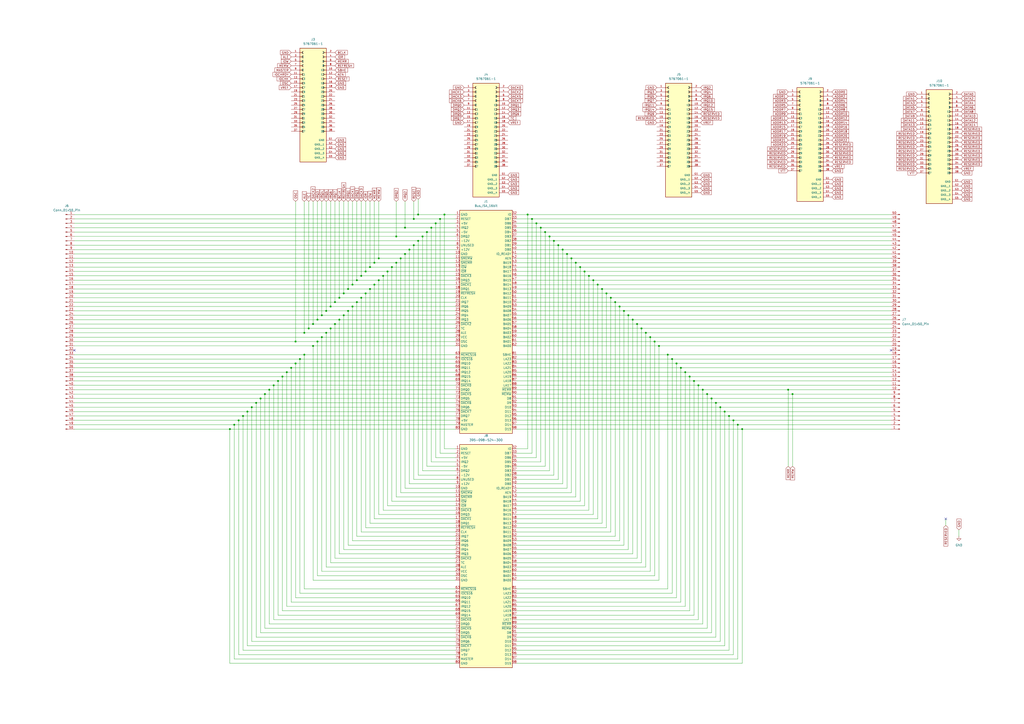
<source format=kicad_sch>
(kicad_sch (version 20250114) (generator "eeschema") (generator_version "9.0")
  (paper "A2")
  (junction (at 229.87 152.4))
  (junction (at 138.43 243.84))
  (junction (at 351.79 170.18))
  (junction (at 204.47 165.1))
  (junction (at 336.55 154.94))
  (junction (at 425.45 243.84))
  (junction (at 306.07 124.46))
  (junction (at 214.63 167.64))
  (junction (at 356.87 175.26))
  (junction (at 194.31 187.96))
  (junction (at 191.77 190.5))
  (junction (at 250.19 132.08))
  (junction (at 143.51 238.76))
  (junction (at 191.77 177.8))
  (junction (at 171.45 198.12))
  (junction (at 242.57 124.46))
  (junction (at 186.69 182.88))
  (junction (at 173.99 208.28))
  (junction (at 346.71 165.1))
  (junction (at 422.91 241.3))
  (junction (at 171.45 210.82))
  (junction (at 308.61 127))
  (junction (at 242.57 139.7))
  (junction (at 217.17 165.1))
  (junction (at 331.47 149.86))
  (junction (at 364.49 182.88))
  (junction (at 377.19 195.58))
  (junction (at 316.23 134.62))
  (junction (at 412.75 231.14))
  (junction (at 168.91 213.36))
  (junction (at 328.93 147.32))
  (junction (at 417.83 236.22))
  (junction (at 224.79 157.48))
  (junction (at 217.17 152.4))
  (junction (at 394.97 213.36))
  (junction (at 420.37 238.76))
  (junction (at 372.11 190.5))
  (junction (at 240.03 127))
  (junction (at 179.07 190.5))
  (junction (at 196.85 172.72))
  (junction (at 212.09 157.48))
  (junction (at 189.23 193.04))
  (junction (at 209.55 172.72))
  (junction (at 229.87 137.16))
  (junction (at 237.49 144.78))
  (junction (at 255.27 127))
  (junction (at 148.59 233.68))
  (junction (at 415.29 233.68))
  (junction (at 212.09 170.18))
  (junction (at 369.57 187.96))
  (junction (at 181.61 200.66))
  (junction (at 227.33 154.94))
  (junction (at 387.35 205.74))
  (junction (at 407.67 226.06))
  (junction (at 245.11 137.16))
  (junction (at 161.29 220.98))
  (junction (at 140.97 241.3))
  (junction (at 334.01 152.4))
  (junction (at 176.53 205.74))
  (junction (at 311.15 129.54))
  (junction (at 323.85 142.24))
  (junction (at 240.03 142.24))
  (junction (at 219.71 162.56))
  (junction (at 247.65 134.62))
  (junction (at 219.71 149.86))
  (junction (at 146.05 236.22))
  (junction (at 457.2 226.06))
  (junction (at 257.81 124.46))
  (junction (at 397.51 215.9))
  (junction (at 234.95 132.08))
  (junction (at 359.41 177.8))
  (junction (at 163.83 218.44))
  (junction (at 186.69 195.58))
  (junction (at 201.93 180.34))
  (junction (at 204.47 177.8))
  (junction (at 201.93 167.64))
  (junction (at 252.73 129.54))
  (junction (at 184.15 185.42))
  (junction (at 321.31 139.7))
  (junction (at 189.23 180.34))
  (junction (at 341.63 160.02))
  (junction (at 402.59 220.98))
  (junction (at 214.63 154.94))
  (junction (at 326.39 144.78))
  (junction (at 153.67 228.6))
  (junction (at 389.89 208.28))
  (junction (at 194.31 175.26))
  (junction (at 430.53 248.92))
  (junction (at 232.41 149.86))
  (junction (at 158.75 223.52))
  (junction (at 166.37 215.9))
  (junction (at 379.73 198.12))
  (junction (at 196.85 185.42))
  (junction (at 207.01 175.26))
  (junction (at 374.65 193.04))
  (junction (at 199.39 170.18))
  (junction (at 207.01 162.56))
  (junction (at 339.09 157.48))
  (junction (at 209.55 160.02))
  (junction (at 135.89 246.38))
  (junction (at 367.03 185.42))
  (junction (at 405.13 223.52))
  (junction (at 234.95 147.32))
  (junction (at 344.17 162.56))
  (junction (at 382.27 200.66))
  (junction (at 361.95 180.34))
  (junction (at 410.21 228.6))
  (junction (at 133.35 248.92))
  (junction (at 318.77 137.16))
  (junction (at 151.13 231.14))
  (junction (at 354.33 172.72))
  (junction (at 313.69 132.08))
  (junction (at 459.74 228.6))
  (junction (at 181.61 187.96))
  (junction (at 176.53 193.04))
  (junction (at 199.39 182.88))
  (junction (at 392.43 210.82))
  (junction (at 184.15 198.12))
  (junction (at 222.25 160.02))
  (junction (at 156.21 226.06))
  (junction (at 349.25 167.64))
  (junction (at 427.99 246.38))
  (junction (at 400.05 218.44))
  (no_connect (at 516.89 203.2))
  (no_connect (at 548.64 300.99))
  (no_connect (at 43.18 203.2))
  (wire (pts (xy 242.57 275.59) (xy 242.57 139.7)))
  (wire (pts (xy 264.16 270.51) (xy 247.65 270.51)))
  (wire (pts (xy 556.26 307.34) (xy 556.26 311.15)))
  (wire (pts (xy 516.89 149.86) (xy 331.47 149.86)))
  (wire (pts (xy 299.72 306.07) (xy 351.79 306.07)))
  (wire (pts (xy 156.21 361.95) (xy 156.21 226.06)))
  (wire (pts (xy 209.55 172.72) (xy 264.16 172.72)))
  (wire (pts (xy 394.97 213.36) (xy 299.72 213.36)))
  (wire (pts (xy 299.72 311.15) (xy 356.87 311.15)))
  (wire (pts (xy 43.18 218.44) (xy 163.83 218.44)))
  (wire (pts (xy 43.18 195.58) (xy 186.69 195.58)))
  (wire (pts (xy 516.89 154.94) (xy 336.55 154.94)))
  (wire (pts (xy 219.71 149.86) (xy 232.41 149.86)))
  (wire (pts (xy 217.17 152.4) (xy 229.87 152.4)))
  (wire (pts (xy 516.89 241.3) (xy 422.91 241.3)))
  (wire (pts (xy 264.16 262.89) (xy 255.27 262.89)))
  (wire (pts (xy 400.05 218.44) (xy 299.72 218.44)))
  (wire (pts (xy 43.18 220.98) (xy 161.29 220.98)))
  (wire (pts (xy 402.59 356.87) (xy 402.59 220.98)))
  (wire (pts (xy 299.72 349.25) (xy 394.97 349.25)))
  (wire (pts (xy 135.89 246.38) (xy 264.16 246.38)))
  (wire (pts (xy 299.72 278.13) (xy 323.85 278.13)))
  (wire (pts (xy 264.16 295.91) (xy 222.25 295.91)))
  (wire (pts (xy 264.16 379.73) (xy 138.43 379.73)))
  (wire (pts (xy 299.72 303.53) (xy 349.25 303.53)))
  (wire (pts (xy 184.15 334.01) (xy 184.15 198.12)))
  (wire (pts (xy 299.72 364.49) (xy 410.21 364.49)))
  (wire (pts (xy 264.16 341.63) (xy 176.53 341.63)))
  (wire (pts (xy 379.73 334.01) (xy 379.73 198.12)))
  (wire (pts (xy 189.23 328.93) (xy 189.23 193.04)))
  (wire (pts (xy 163.83 354.33) (xy 163.83 218.44)))
  (wire (pts (xy 299.72 382.27) (xy 427.99 382.27)))
  (wire (pts (xy 299.72 374.65) (xy 420.37 374.65)))
  (wire (pts (xy 264.16 346.71) (xy 171.45 346.71)))
  (wire (pts (xy 427.99 246.38) (xy 299.72 246.38)))
  (wire (pts (xy 316.23 134.62) (xy 299.72 134.62)))
  (wire (pts (xy 397.51 215.9) (xy 299.72 215.9)))
  (wire (pts (xy 299.72 351.79) (xy 397.51 351.79)))
  (wire (pts (xy 359.41 177.8) (xy 299.72 177.8)))
  (wire (pts (xy 219.71 116.84) (xy 219.71 149.86)))
  (wire (pts (xy 359.41 313.69) (xy 359.41 177.8)))
  (wire (pts (xy 222.25 295.91) (xy 222.25 160.02)))
  (wire (pts (xy 417.83 236.22) (xy 299.72 236.22)))
  (wire (pts (xy 217.17 165.1) (xy 264.16 165.1)))
  (wire (pts (xy 224.79 293.37) (xy 224.79 157.48)))
  (wire (pts (xy 43.18 248.92) (xy 133.35 248.92)))
  (wire (pts (xy 264.16 300.99) (xy 217.17 300.99)))
  (wire (pts (xy 250.19 132.08) (xy 264.16 132.08)))
  (wire (pts (xy 516.89 218.44) (xy 400.05 218.44)))
  (wire (pts (xy 516.89 137.16) (xy 318.77 137.16)))
  (wire (pts (xy 156.21 226.06) (xy 264.16 226.06)))
  (wire (pts (xy 516.89 152.4) (xy 334.01 152.4)))
  (wire (pts (xy 43.18 223.52) (xy 158.75 223.52)))
  (wire (pts (xy 250.19 267.97) (xy 250.19 132.08)))
  (wire (pts (xy 199.39 318.77) (xy 199.39 182.88)))
  (wire (pts (xy 264.16 298.45) (xy 219.71 298.45)))
  (wire (pts (xy 264.16 344.17) (xy 173.99 344.17)))
  (wire (pts (xy 191.77 326.39) (xy 191.77 190.5)))
  (wire (pts (xy 264.16 260.35) (xy 257.81 260.35)))
  (wire (pts (xy 516.89 213.36) (xy 394.97 213.36)))
  (wire (pts (xy 264.16 275.59) (xy 242.57 275.59)))
  (wire (pts (xy 176.53 116.84) (xy 176.53 193.04)))
  (wire (pts (xy 191.77 177.8) (xy 204.47 177.8)))
  (wire (pts (xy 516.89 228.6) (xy 459.74 228.6)))
  (wire (pts (xy 43.18 236.22) (xy 146.05 236.22)))
  (wire (pts (xy 400.05 354.33) (xy 400.05 218.44)))
  (wire (pts (xy 232.41 149.86) (xy 264.16 149.86)))
  (wire (pts (xy 153.67 228.6) (xy 264.16 228.6)))
  (wire (pts (xy 299.72 270.51) (xy 316.23 270.51)))
  (wire (pts (xy 425.45 379.73) (xy 425.45 243.84)))
  (wire (pts (xy 299.72 346.71) (xy 392.43 346.71)))
  (wire (pts (xy 264.16 313.69) (xy 204.47 313.69)))
  (wire (pts (xy 405.13 359.41) (xy 405.13 223.52)))
  (wire (pts (xy 516.89 210.82) (xy 392.43 210.82)))
  (wire (pts (xy 143.51 238.76) (xy 264.16 238.76)))
  (wire (pts (xy 318.77 273.05) (xy 318.77 137.16)))
  (wire (pts (xy 299.72 377.19) (xy 422.91 377.19)))
  (wire (pts (xy 516.89 200.66) (xy 382.27 200.66)))
  (wire (pts (xy 194.31 187.96) (xy 264.16 187.96)))
  (wire (pts (xy 326.39 144.78) (xy 299.72 144.78)))
  (wire (pts (xy 372.11 326.39) (xy 372.11 190.5)))
  (wire (pts (xy 341.63 160.02) (xy 299.72 160.02)))
  (wire (pts (xy 516.89 142.24) (xy 323.85 142.24)))
  (wire (pts (xy 264.16 323.85) (xy 194.31 323.85)))
  (wire (pts (xy 43.18 243.84) (xy 138.43 243.84)))
  (wire (pts (xy 299.72 300.99) (xy 346.71 300.99)))
  (wire (pts (xy 264.16 318.77) (xy 199.39 318.77)))
  (wire (pts (xy 516.89 129.54) (xy 311.15 129.54)))
  (wire (pts (xy 43.18 228.6) (xy 153.67 228.6)))
  (wire (pts (xy 516.89 231.14) (xy 412.75 231.14)))
  (wire (pts (xy 516.89 165.1) (xy 346.71 165.1)))
  (wire (pts (xy 299.72 354.33) (xy 400.05 354.33)))
  (wire (pts (xy 548.64 300.99) (xy 548.64 304.8)))
  (wire (pts (xy 255.27 127) (xy 264.16 127)))
  (wire (pts (xy 264.16 316.23) (xy 201.93 316.23)))
  (wire (pts (xy 299.72 356.87) (xy 402.59 356.87)))
  (wire (pts (xy 247.65 270.51) (xy 247.65 134.62)))
  (wire (pts (xy 214.63 154.94) (xy 227.33 154.94)))
  (wire (pts (xy 369.57 187.96) (xy 299.72 187.96)))
  (wire (pts (xy 196.85 185.42) (xy 264.16 185.42)))
  (wire (pts (xy 43.18 134.62) (xy 247.65 134.62)))
  (wire (pts (xy 377.19 195.58) (xy 299.72 195.58)))
  (wire (pts (xy 173.99 208.28) (xy 264.16 208.28)))
  (wire (pts (xy 189.23 116.84) (xy 189.23 180.34)))
  (wire (pts (xy 264.16 285.75) (xy 232.41 285.75)))
  (wire (pts (xy 354.33 172.72) (xy 299.72 172.72)))
  (wire (pts (xy 516.89 127) (xy 308.61 127)))
  (wire (pts (xy 43.18 139.7) (xy 242.57 139.7)))
  (wire (pts (xy 402.59 220.98) (xy 299.72 220.98)))
  (wire (pts (xy 516.89 205.74) (xy 387.35 205.74)))
  (wire (pts (xy 222.25 160.02) (xy 264.16 160.02)))
  (wire (pts (xy 410.21 228.6) (xy 299.72 228.6)))
  (wire (pts (xy 43.18 231.14) (xy 151.13 231.14)))
  (wire (pts (xy 196.85 172.72) (xy 209.55 172.72)))
  (wire (pts (xy 326.39 280.67) (xy 326.39 144.78)))
  (wire (pts (xy 232.41 285.75) (xy 232.41 149.86)))
  (wire (pts (xy 242.57 139.7) (xy 264.16 139.7)))
  (wire (pts (xy 299.72 372.11) (xy 417.83 372.11)))
  (wire (pts (xy 321.31 275.59) (xy 321.31 139.7)))
  (wire (pts (xy 43.18 246.38) (xy 135.89 246.38)))
  (wire (pts (xy 264.16 356.87) (xy 161.29 356.87)))
  (wire (pts (xy 214.63 167.64) (xy 264.16 167.64)))
  (wire (pts (xy 331.47 285.75) (xy 331.47 149.86)))
  (wire (pts (xy 43.18 208.28) (xy 173.99 208.28)))
  (wire (pts (xy 299.72 384.81) (xy 430.53 384.81)))
  (wire (pts (xy 43.18 190.5) (xy 179.07 190.5)))
  (wire (pts (xy 336.55 290.83) (xy 336.55 154.94)))
  (wire (pts (xy 308.61 262.89) (xy 308.61 127)))
  (wire (pts (xy 516.89 220.98) (xy 402.59 220.98)))
  (wire (pts (xy 334.01 288.29) (xy 334.01 152.4)))
  (wire (pts (xy 43.18 205.74) (xy 176.53 205.74)))
  (wire (pts (xy 264.16 265.43) (xy 252.73 265.43)))
  (wire (pts (xy 299.72 379.73) (xy 425.45 379.73)))
  (wire (pts (xy 316.23 270.51) (xy 316.23 134.62)))
  (wire (pts (xy 181.61 336.55) (xy 181.61 200.66)))
  (wire (pts (xy 516.89 233.68) (xy 415.29 233.68)))
  (wire (pts (xy 161.29 356.87) (xy 161.29 220.98)))
  (wire (pts (xy 158.75 359.41) (xy 158.75 223.52)))
  (wire (pts (xy 516.89 170.18) (xy 351.79 170.18)))
  (wire (pts (xy 394.97 349.25) (xy 394.97 213.36)))
  (wire (pts (xy 299.72 290.83) (xy 336.55 290.83)))
  (wire (pts (xy 43.18 152.4) (xy 217.17 152.4)))
  (wire (pts (xy 410.21 364.49) (xy 410.21 228.6)))
  (wire (pts (xy 43.18 175.26) (xy 194.31 175.26)))
  (wire (pts (xy 299.72 293.37) (xy 339.09 293.37)))
  (wire (pts (xy 151.13 231.14) (xy 264.16 231.14)))
  (wire (pts (xy 264.16 308.61) (xy 209.55 308.61)))
  (wire (pts (xy 171.45 210.82) (xy 264.16 210.82)))
  (wire (pts (xy 516.89 246.38) (xy 427.99 246.38)))
  (wire (pts (xy 351.79 170.18) (xy 299.72 170.18)))
  (wire (pts (xy 516.89 147.32) (xy 328.93 147.32)))
  (wire (pts (xy 264.16 283.21) (xy 234.95 283.21)))
  (wire (pts (xy 516.89 139.7) (xy 321.31 139.7)))
  (wire (pts (xy 367.03 185.42) (xy 299.72 185.42)))
  (wire (pts (xy 299.72 361.95) (xy 407.67 361.95)))
  (wire (pts (xy 207.01 162.56) (xy 219.71 162.56)))
  (wire (pts (xy 194.31 175.26) (xy 207.01 175.26)))
  (wire (pts (xy 264.16 349.25) (xy 168.91 349.25)))
  (wire (pts (xy 422.91 241.3) (xy 299.72 241.3)))
  (wire (pts (xy 516.89 124.46) (xy 306.07 124.46)))
  (wire (pts (xy 344.17 298.45) (xy 344.17 162.56)))
  (wire (pts (xy 143.51 374.65) (xy 143.51 238.76)))
  (wire (pts (xy 299.72 280.67) (xy 326.39 280.67)))
  (wire (pts (xy 354.33 308.61) (xy 354.33 172.72)))
  (wire (pts (xy 43.18 238.76) (xy 143.51 238.76)))
  (wire (pts (xy 516.89 195.58) (xy 377.19 195.58)))
  (wire (pts (xy 43.18 149.86) (xy 219.71 149.86)))
  (wire (pts (xy 229.87 116.84) (xy 229.87 137.16)))
  (wire (pts (xy 318.77 137.16) (xy 299.72 137.16)))
  (wire (pts (xy 240.03 127) (xy 255.27 127)))
  (wire (pts (xy 158.75 223.52) (xy 264.16 223.52)))
  (wire (pts (xy 346.71 165.1) (xy 299.72 165.1)))
  (wire (pts (xy 194.31 116.84) (xy 194.31 175.26)))
  (wire (pts (xy 299.72 369.57) (xy 415.29 369.57)))
  (wire (pts (xy 194.31 323.85) (xy 194.31 187.96)))
  (wire (pts (xy 516.89 208.28) (xy 389.89 208.28)))
  (wire (pts (xy 264.16 384.81) (xy 133.35 384.81)))
  (wire (pts (xy 405.13 223.52) (xy 299.72 223.52)))
  (wire (pts (xy 186.69 182.88) (xy 199.39 182.88)))
  (wire (pts (xy 234.95 147.32) (xy 264.16 147.32)))
  (wire (pts (xy 186.69 195.58) (xy 264.16 195.58)))
  (wire (pts (xy 299.72 326.39) (xy 372.11 326.39)))
  (wire (pts (xy 171.45 346.71) (xy 171.45 210.82)))
  (wire (pts (xy 43.18 132.08) (xy 234.95 132.08)))
  (wire (pts (xy 299.72 298.45) (xy 344.17 298.45)))
  (wire (pts (xy 148.59 369.57) (xy 148.59 233.68)))
  (wire (pts (xy 412.75 231.14) (xy 299.72 231.14)))
  (wire (pts (xy 191.77 116.84) (xy 191.77 177.8)))
  (wire (pts (xy 328.93 283.21) (xy 328.93 147.32)))
  (wire (pts (xy 212.09 116.84) (xy 212.09 157.48)))
  (wire (pts (xy 43.18 185.42) (xy 184.15 185.42)))
  (wire (pts (xy 189.23 180.34) (xy 201.93 180.34)))
  (wire (pts (xy 257.81 260.35) (xy 257.81 124.46)))
  (wire (pts (xy 135.89 382.27) (xy 135.89 246.38)))
  (wire (pts (xy 367.03 321.31) (xy 367.03 185.42)))
  (wire (pts (xy 43.18 182.88) (xy 186.69 182.88)))
  (wire (pts (xy 237.49 144.78) (xy 264.16 144.78)))
  (wire (pts (xy 299.72 341.63) (xy 387.35 341.63)))
  (wire (pts (xy 240.03 142.24) (xy 264.16 142.24)))
  (wire (pts (xy 516.89 198.12) (xy 379.73 198.12)))
  (wire (pts (xy 392.43 346.71) (xy 392.43 210.82)))
  (wire (pts (xy 430.53 384.81) (xy 430.53 248.92)))
  (wire (pts (xy 299.72 260.35) (xy 306.07 260.35)))
  (wire (pts (xy 323.85 142.24) (xy 299.72 142.24)))
  (wire (pts (xy 43.18 124.46) (xy 242.57 124.46)))
  (wire (pts (xy 344.17 162.56) (xy 299.72 162.56)))
  (wire (pts (xy 321.31 139.7) (xy 299.72 139.7)))
  (wire (pts (xy 184.15 198.12) (xy 264.16 198.12)))
  (wire (pts (xy 516.89 144.78) (xy 326.39 144.78)))
  (wire (pts (xy 356.87 311.15) (xy 356.87 175.26)))
  (wire (pts (xy 264.16 306.07) (xy 212.09 306.07)))
  (wire (pts (xy 299.72 331.47) (xy 377.19 331.47)))
  (wire (pts (xy 412.75 367.03) (xy 412.75 231.14)))
  (wire (pts (xy 201.93 180.34) (xy 264.16 180.34)))
  (wire (pts (xy 43.18 129.54) (xy 252.73 129.54)))
  (wire (pts (xy 229.87 137.16) (xy 245.11 137.16)))
  (wire (pts (xy 43.18 180.34) (xy 189.23 180.34)))
  (wire (pts (xy 43.18 167.64) (xy 201.93 167.64)))
  (wire (pts (xy 516.89 236.22) (xy 417.83 236.22)))
  (wire (pts (xy 328.93 147.32) (xy 299.72 147.32)))
  (wire (pts (xy 207.01 175.26) (xy 264.16 175.26)))
  (wire (pts (xy 181.61 187.96) (xy 194.31 187.96)))
  (wire (pts (xy 43.18 241.3) (xy 140.97 241.3)))
  (wire (pts (xy 264.16 288.29) (xy 229.87 288.29)))
  (wire (pts (xy 43.18 162.56) (xy 207.01 162.56)))
  (wire (pts (xy 392.43 210.82) (xy 299.72 210.82)))
  (wire (pts (xy 240.03 116.84) (xy 240.03 127)))
  (wire (pts (xy 43.18 198.12) (xy 171.45 198.12)))
  (wire (pts (xy 229.87 152.4) (xy 264.16 152.4)))
  (wire (pts (xy 299.72 321.31) (xy 367.03 321.31)))
  (wire (pts (xy 306.07 124.46) (xy 299.72 124.46)))
  (wire (pts (xy 264.16 369.57) (xy 148.59 369.57)))
  (wire (pts (xy 219.71 162.56) (xy 264.16 162.56)))
  (wire (pts (xy 227.33 154.94) (xy 264.16 154.94)))
  (wire (pts (xy 43.18 157.48) (xy 212.09 157.48)))
  (wire (pts (xy 240.03 278.13) (xy 240.03 142.24)))
  (wire (pts (xy 146.05 372.11) (xy 146.05 236.22)))
  (wire (pts (xy 219.71 298.45) (xy 219.71 162.56)))
  (wire (pts (xy 313.69 267.97) (xy 313.69 132.08)))
  (wire (pts (xy 299.72 283.21) (xy 328.93 283.21)))
  (wire (pts (xy 299.72 275.59) (xy 321.31 275.59)))
  (wire (pts (xy 204.47 165.1) (xy 217.17 165.1)))
  (wire (pts (xy 299.72 265.43) (xy 311.15 265.43)))
  (wire (pts (xy 209.55 160.02) (xy 222.25 160.02)))
  (wire (pts (xy 264.16 293.37) (xy 224.79 293.37)))
  (wire (pts (xy 209.55 308.61) (xy 209.55 172.72)))
  (wire (pts (xy 264.16 331.47) (xy 186.69 331.47)))
  (wire (pts (xy 459.74 228.6) (xy 459.74 270.51)))
  (wire (pts (xy 457.2 226.06) (xy 407.67 226.06)))
  (wire (pts (xy 264.16 367.03) (xy 151.13 367.03)))
  (wire (pts (xy 224.79 157.48) (xy 264.16 157.48)))
  (wire (pts (xy 430.53 248.92) (xy 299.72 248.92)))
  (wire (pts (xy 43.18 226.06) (xy 156.21 226.06)))
  (wire (pts (xy 374.65 193.04) (xy 299.72 193.04)))
  (wire (pts (xy 427.99 382.27) (xy 427.99 246.38)))
  (wire (pts (xy 257.81 124.46) (xy 264.16 124.46)))
  (wire (pts (xy 299.72 316.23) (xy 361.95 316.23)))
  (wire (pts (xy 299.72 288.29) (xy 334.01 288.29)))
  (wire (pts (xy 179.07 116.84) (xy 179.07 190.5)))
  (wire (pts (xy 516.89 226.06) (xy 457.2 226.06)))
  (wire (pts (xy 516.89 160.02) (xy 341.63 160.02)))
  (wire (pts (xy 214.63 116.84) (xy 214.63 154.94)))
  (wire (pts (xy 339.09 293.37) (xy 339.09 157.48)))
  (wire (pts (xy 364.49 318.77) (xy 364.49 182.88)))
  (wire (pts (xy 199.39 170.18) (xy 212.09 170.18)))
  (wire (pts (xy 459.74 228.6) (xy 410.21 228.6)))
  (wire (pts (xy 299.72 318.77) (xy 364.49 318.77)))
  (wire (pts (xy 356.87 175.26) (xy 299.72 175.26)))
  (wire (pts (xy 299.72 308.61) (xy 354.33 308.61)))
  (wire (pts (xy 387.35 205.74) (xy 299.72 205.74)))
  (wire (pts (xy 516.89 193.04) (xy 374.65 193.04)))
  (wire (pts (xy 299.72 328.93) (xy 374.65 328.93)))
  (wire (pts (xy 516.89 185.42) (xy 367.03 185.42)))
  (wire (pts (xy 420.37 238.76) (xy 299.72 238.76)))
  (wire (pts (xy 422.91 377.19) (xy 422.91 241.3)))
  (wire (pts (xy 171.45 116.84) (xy 171.45 198.12)))
  (wire (pts (xy 264.16 267.97) (xy 250.19 267.97)))
  (wire (pts (xy 204.47 177.8) (xy 264.16 177.8)))
  (wire (pts (xy 43.18 177.8) (xy 191.77 177.8)))
  (wire (pts (xy 186.69 331.47) (xy 186.69 195.58)))
  (wire (pts (xy 415.29 233.68) (xy 299.72 233.68)))
  (wire (pts (xy 516.89 132.08) (xy 313.69 132.08)))
  (wire (pts (xy 255.27 262.89) (xy 255.27 127)))
  (wire (pts (xy 138.43 243.84) (xy 264.16 243.84)))
  (wire (pts (xy 264.16 359.41) (xy 158.75 359.41)))
  (wire (pts (xy 516.89 182.88) (xy 364.49 182.88)))
  (wire (pts (xy 163.83 218.44) (xy 264.16 218.44)))
  (wire (pts (xy 196.85 116.84) (xy 196.85 172.72)))
  (wire (pts (xy 43.18 200.66) (xy 181.61 200.66)))
  (wire (pts (xy 140.97 377.19) (xy 140.97 241.3)))
  (wire (pts (xy 217.17 300.99) (xy 217.17 165.1)))
  (wire (pts (xy 351.79 306.07) (xy 351.79 170.18)))
  (wire (pts (xy 234.95 132.08) (xy 250.19 132.08)))
  (wire (pts (xy 264.16 290.83) (xy 227.33 290.83)))
  (wire (pts (xy 264.16 311.15) (xy 207.01 311.15)))
  (wire (pts (xy 361.95 316.23) (xy 361.95 180.34)))
  (wire (pts (xy 199.39 116.84) (xy 199.39 170.18)))
  (wire (pts (xy 43.18 142.24) (xy 240.03 142.24)))
  (wire (pts (xy 245.11 273.05) (xy 245.11 137.16)))
  (wire (pts (xy 334.01 152.4) (xy 299.72 152.4)))
  (wire (pts (xy 189.23 193.04) (xy 264.16 193.04)))
  (wire (pts (xy 229.87 288.29) (xy 229.87 152.4)))
  (wire (pts (xy 43.18 215.9) (xy 166.37 215.9)))
  (wire (pts (xy 247.65 134.62) (xy 264.16 134.62)))
  (wire (pts (xy 299.72 336.55) (xy 382.27 336.55)))
  (wire (pts (xy 173.99 344.17) (xy 173.99 208.28)))
  (wire (pts (xy 207.01 116.84) (xy 207.01 162.56)))
  (wire (pts (xy 299.72 344.17) (xy 389.89 344.17)))
  (wire (pts (xy 43.18 165.1) (xy 204.47 165.1)))
  (wire (pts (xy 407.67 226.06) (xy 299.72 226.06)))
  (wire (pts (xy 133.35 384.81) (xy 133.35 248.92)))
  (wire (pts (xy 516.89 162.56) (xy 344.17 162.56)))
  (wire (pts (xy 212.09 157.48) (xy 224.79 157.48)))
  (wire (pts (xy 43.18 154.94) (xy 214.63 154.94)))
  (wire (pts (xy 369.57 323.85) (xy 369.57 187.96)))
  (wire (pts (xy 377.19 331.47) (xy 377.19 195.58)))
  (wire (pts (xy 516.89 172.72) (xy 354.33 172.72)))
  (wire (pts (xy 308.61 127) (xy 299.72 127)))
  (wire (pts (xy 201.93 316.23) (xy 201.93 180.34)))
  (wire (pts (xy 516.89 223.52) (xy 405.13 223.52)))
  (wire (pts (xy 516.89 248.92) (xy 430.53 248.92)))
  (wire (pts (xy 264.16 273.05) (xy 245.11 273.05)))
  (wire (pts (xy 212.09 170.18) (xy 264.16 170.18)))
  (wire (pts (xy 264.16 334.01) (xy 184.15 334.01)))
  (wire (pts (xy 43.18 187.96) (xy 181.61 187.96)))
  (wire (pts (xy 43.18 147.32) (xy 234.95 147.32)))
  (wire (pts (xy 138.43 379.73) (xy 138.43 243.84)))
  (wire (pts (xy 457.2 226.06) (xy 457.2 270.51)))
  (wire (pts (xy 237.49 280.67) (xy 237.49 144.78)))
  (wire (pts (xy 264.16 372.11) (xy 146.05 372.11)))
  (wire (pts (xy 264.16 361.95) (xy 156.21 361.95)))
  (wire (pts (xy 212.09 306.07) (xy 212.09 170.18)))
  (wire (pts (xy 389.89 344.17) (xy 389.89 208.28)))
  (wire (pts (xy 382.27 200.66) (xy 299.72 200.66)))
  (wire (pts (xy 264.16 280.67) (xy 237.49 280.67)))
  (wire (pts (xy 201.93 167.64) (xy 214.63 167.64)))
  (wire (pts (xy 264.16 364.49) (xy 153.67 364.49)))
  (wire (pts (xy 264.16 326.39) (xy 191.77 326.39)))
  (wire (pts (xy 43.18 210.82) (xy 171.45 210.82)))
  (wire (pts (xy 166.37 351.79) (xy 166.37 215.9)))
  (wire (pts (xy 264.16 336.55) (xy 181.61 336.55)))
  (wire (pts (xy 364.49 182.88) (xy 299.72 182.88)))
  (wire (pts (xy 264.16 374.65) (xy 143.51 374.65)))
  (wire (pts (xy 299.72 323.85) (xy 369.57 323.85)))
  (wire (pts (xy 209.55 116.84) (xy 209.55 160.02)))
  (wire (pts (xy 415.29 369.57) (xy 415.29 233.68)))
  (wire (pts (xy 336.55 154.94) (xy 299.72 154.94)))
  (wire (pts (xy 264.16 351.79) (xy 166.37 351.79)))
  (wire (pts (xy 516.89 190.5) (xy 372.11 190.5)))
  (wire (pts (xy 397.51 351.79) (xy 397.51 215.9)))
  (wire (pts (xy 264.16 328.93) (xy 189.23 328.93)))
  (wire (pts (xy 299.72 313.69) (xy 359.41 313.69)))
  (wire (pts (xy 346.71 300.99) (xy 346.71 165.1)))
  (wire (pts (xy 264.16 321.31) (xy 196.85 321.31)))
  (wire (pts (xy 242.57 115.57) (xy 242.57 124.46)))
  (wire (pts (xy 184.15 116.84) (xy 184.15 185.42)))
  (wire (pts (xy 133.35 248.92) (xy 264.16 248.92)))
  (wire (pts (xy 199.39 182.88) (xy 264.16 182.88)))
  (wire (pts (xy 168.91 349.25) (xy 168.91 213.36)))
  (wire (pts (xy 43.18 137.16) (xy 229.87 137.16)))
  (wire (pts (xy 306.07 260.35) (xy 306.07 124.46)))
  (wire (pts (xy 245.11 137.16) (xy 264.16 137.16)))
  (wire (pts (xy 417.83 372.11) (xy 417.83 236.22)))
  (wire (pts (xy 341.63 295.91) (xy 341.63 160.02)))
  (wire (pts (xy 217.17 116.84) (xy 217.17 152.4)))
  (wire (pts (xy 516.89 157.48) (xy 339.09 157.48)))
  (wire (pts (xy 43.18 127) (xy 240.03 127)))
  (wire (pts (xy 196.85 321.31) (xy 196.85 185.42)))
  (wire (pts (xy 389.89 208.28) (xy 299.72 208.28)))
  (wire (pts (xy 331.47 149.86) (xy 299.72 149.86)))
  (wire (pts (xy 146.05 236.22) (xy 264.16 236.22)))
  (wire (pts (xy 227.33 290.83) (xy 227.33 154.94)))
  (wire (pts (xy 234.95 116.84) (xy 234.95 132.08)))
  (wire (pts (xy 43.18 170.18) (xy 199.39 170.18)))
  (wire (pts (xy 181.61 200.66) (xy 264.16 200.66)))
  (wire (pts (xy 234.95 283.21) (xy 234.95 147.32)))
  (wire (pts (xy 204.47 313.69) (xy 204.47 177.8)))
  (wire (pts (xy 176.53 193.04) (xy 189.23 193.04)))
  (wire (pts (xy 313.69 132.08) (xy 299.72 132.08)))
  (wire (pts (xy 387.35 341.63) (xy 387.35 205.74)))
  (wire (pts (xy 299.72 295.91) (xy 341.63 295.91)))
  (wire (pts (xy 171.45 198.12) (xy 184.15 198.12)))
  (wire (pts (xy 425.45 243.84) (xy 299.72 243.84)))
  (wire (pts (xy 161.29 220.98) (xy 264.16 220.98)))
  (wire (pts (xy 151.13 367.03) (xy 151.13 231.14)))
  (wire (pts (xy 516.89 238.76) (xy 420.37 238.76)))
  (wire (pts (xy 264.16 278.13) (xy 240.03 278.13)))
  (wire (pts (xy 516.89 243.84) (xy 425.45 243.84)))
  (wire (pts (xy 148.59 233.68) (xy 264.16 233.68)))
  (wire (pts (xy 299.72 273.05) (xy 318.77 273.05)))
  (wire (pts (xy 43.18 172.72) (xy 196.85 172.72)))
  (wire (pts (xy 516.89 167.64) (xy 349.25 167.64)))
  (wire (pts (xy 349.25 167.64) (xy 299.72 167.64)))
  (wire (pts (xy 311.15 265.43) (xy 311.15 129.54)))
  (wire (pts (xy 516.89 215.9) (xy 397.51 215.9)))
  (wire (pts (xy 176.53 341.63) (xy 176.53 205.74)))
  (wire (pts (xy 299.72 267.97) (xy 313.69 267.97)))
  (wire (pts (xy 407.67 361.95) (xy 407.67 226.06)))
  (wire (pts (xy 339.09 157.48) (xy 299.72 157.48)))
  (wire (pts (xy 252.73 265.43) (xy 252.73 129.54)))
  (wire (pts (xy 311.15 129.54) (xy 299.72 129.54)))
  (wire (pts (xy 153.67 364.49) (xy 153.67 228.6)))
  (wire (pts (xy 516.89 177.8) (xy 359.41 177.8)))
  (wire (pts (xy 207.01 311.15) (xy 207.01 175.26)))
  (wire (pts (xy 43.18 144.78) (xy 237.49 144.78)))
  (wire (pts (xy 179.07 190.5) (xy 191.77 190.5)))
  (wire (pts (xy 186.69 116.84) (xy 186.69 182.88)))
  (wire (pts (xy 299.72 285.75) (xy 331.47 285.75)))
  (wire (pts (xy 43.18 160.02) (xy 209.55 160.02)))
  (wire (pts (xy 43.18 213.36) (xy 168.91 213.36)))
  (wire (pts (xy 299.72 334.01) (xy 379.73 334.01)))
  (wire (pts (xy 299.72 367.03) (xy 412.75 367.03)))
  (wire (pts (xy 43.18 233.68) (xy 148.59 233.68)))
  (wire (pts (xy 420.37 374.65) (xy 420.37 238.76)))
  (wire (pts (xy 168.91 213.36) (xy 264.16 213.36)))
  (wire (pts (xy 264.16 303.53) (xy 214.63 303.53)))
  (wire (pts (xy 299.72 359.41) (xy 405.13 359.41)))
  (wire (pts (xy 264.16 354.33) (xy 163.83 354.33)))
  (wire (pts (xy 361.95 180.34) (xy 299.72 180.34)))
  (wire (pts (xy 516.89 175.26) (xy 356.87 175.26)))
  (wire (pts (xy 349.25 303.53) (xy 349.25 167.64)))
  (wire (pts (xy 43.18 193.04) (xy 176.53 193.04)))
  (wire (pts (xy 201.93 116.84) (xy 201.93 167.64)))
  (wire (pts (xy 382.27 336.55) (xy 382.27 200.66)))
  (wire (pts (xy 214.63 303.53) (xy 214.63 167.64)))
  (wire (pts (xy 374.65 328.93) (xy 374.65 193.04)))
  (wire (pts (xy 264.16 382.27) (xy 135.89 382.27)))
  (wire (pts (xy 379.73 198.12) (xy 299.72 198.12)))
  (wire (pts (xy 299.72 262.89) (xy 308.61 262.89)))
  (wire (pts (xy 516.89 134.62) (xy 316.23 134.62)))
  (wire (pts (xy 372.11 190.5) (xy 299.72 190.5)))
  (wire (pts (xy 242.57 124.46) (xy 257.81 124.46)))
  (wire (pts (xy 204.47 116.84) (xy 204.47 165.1)))
  (wire (pts (xy 181.61 116.84) (xy 181.61 187.96)))
  (wire (pts (xy 264.16 377.19) (xy 140.97 377.19)))
  (wire (pts (xy 176.53 205.74) (xy 264.16 205.74)))
  (wire (pts (xy 166.37 215.9) (xy 264.16 215.9)))
  (wire (pts (xy 252.73 129.54) (xy 264.16 129.54)))
  (wire (pts (xy 516.89 187.96) (xy 369.57 187.96)))
  (wire (pts (xy 140.97 241.3) (xy 264.16 241.3)))
  (wire (pts (xy 191.77 190.5) (xy 264.16 190.5)))
  (wire (pts (xy 516.89 180.34) (xy 361.95 180.34)))
  (wire (pts (xy 323.85 278.13) (xy 323.85 142.24)))
  (wire (pts (xy 184.15 185.42) (xy 196.85 185.42)))
  (global_label "RESERVED" (shape input) (at 532.13 80.01 180) (property "Intersheetrefs" "${INTERSHEET_REFS}" (effects (hide yes))))
  (global_label "DACK7" (shape input) (at 294.64 58.42 0) (property "Intersheetrefs" "${INTERSHEET_REFS}" (effects (hide yes))))
  (global_label "BCLK" (shape input) (at 196.85 116.84 90) (property "Intersheetrefs" "${INTERSHEET_REFS}" (effects (hide yes))))
  (global_label "RESERVED" (shape input) (at 457.2 91.44 180) (property "Intersheetrefs" "${INTERSHEET_REFS}" (effects (hide yes))))
  (global_label "MASTER" (shape input) (at 168.91 40.64 180) (property "Intersheetrefs" "${INTERSHEET_REFS}" (effects (hide yes))))
  (global_label "RESERVED" (shape input) (at 557.53 82.55 0) (property "Intersheetrefs" "${INTERSHEET_REFS}" (effects (hide yes))))
  (global_label "DRQ6" (shape input) (at 294.64 66.04 0) (property "Intersheetrefs" "${INTERSHEET_REFS}" (effects (hide yes))))
  (global_label "TC" (shape input) (at 294.64 68.58 0) (property "Intersheetrefs" "${INTERSHEET_REFS}" (effects (hide yes))))
  (global_label "RESERVED" (shape input) (at 381 68.58 180) (property "Intersheetrefs" "${INTERSHEET_REFS}" (effects (hide yes))))
  (global_label "ADDR10" (shape input) (at 482.6 66.04 0) (property "Intersheetrefs" "${INTERSHEET_REFS}" (effects (hide yes))))
  (global_label "DRQ3" (shape input) (at 294.64 63.5 0) (property "Intersheetrefs" "${INTERSHEET_REFS}" (effects (hide yes))))
  (global_label "IRQ6" (shape input) (at 191.77 116.84 90) (property "Intersheetrefs" "${INTERSHEET_REFS}" (effects (hide yes))))
  (global_label "ADDR11" (shape input) (at 457.2 68.58 180) (property "Intersheetrefs" "${INTERSHEET_REFS}" (effects (hide yes))))
  (global_label "GND" (shape input) (at 406.4 101.6 0) (property "Intersheetrefs" "${INTERSHEET_REFS}" (effects (hide yes))))
  (global_label "REFRESH" (shape input) (at 194.31 38.1 0) (property "Intersheetrefs" "${INTERSHEET_REFS}" (effects (hide yes))))
  (global_label "GND" (shape input) (at 482.6 111.76 0) (property "Intersheetrefs" "${INTERSHEET_REFS}" (effects (hide yes))))
  (global_label "GND" (shape input) (at 406.4 104.14 0) (property "Intersheetrefs" "${INTERSHEET_REFS}" (effects (hide yes))))
  (global_label "IRQ5" (shape input) (at 189.23 116.84 90) (property "Intersheetrefs" "${INTERSHEET_REFS}" (effects (hide yes))))
  (global_label "GND" (shape input) (at 482.6 109.22 0) (property "Intersheetrefs" "${INTERSHEET_REFS}" (effects (hide yes))))
  (global_label "GND" (shape input) (at 194.31 81.28 0) (property "Intersheetrefs" "${INTERSHEET_REFS}" (effects (hide yes))))
  (global_label "GND" (shape input) (at 557.53 115.57 0) (property "Intersheetrefs" "${INTERSHEET_REFS}" (effects (hide yes))))
  (global_label "GND" (shape input) (at 294.64 109.22 0) (property "Intersheetrefs" "${INTERSHEET_REFS}" (effects (hide yes))))
  (global_label "VTT" (shape input) (at 532.13 100.33 180) (property "Intersheetrefs" "${INTERSHEET_REFS}" (effects (hide yes))))
  (global_label "RESERVED" (shape input) (at 457.2 96.52 180) (property "Intersheetrefs" "${INTERSHEET_REFS}" (effects (hide yes))))
  (global_label "IRQ11" (shape input) (at 381 60.96 180) (property "Intersheetrefs" "${INTERSHEET_REFS}" (effects (hide yes))))
  (global_label "GND" (shape input) (at 457.2 53.34 180) (property "Intersheetrefs" "${INTERSHEET_REFS}" (effects (hide yes))))
  (global_label "RESERVED" (shape input) (at 557.53 87.63 0) (property "Intersheetrefs" "${INTERSHEET_REFS}" (effects (hide yes))))
  (global_label "IRQ7" (shape input) (at 381 58.42 180) (property "Intersheetrefs" "${INTERSHEET_REFS}" (effects (hide yes))))
  (global_label "IRQ9" (shape input) (at 381 66.04 180) (property "Intersheetrefs" "${INTERSHEET_REFS}" (effects (hide yes))))
  (global_label "OSC" (shape input) (at 171.45 116.84 90) (property "Intersheetrefs" "${INTERSHEET_REFS}" (effects (hide yes))))
  (global_label "GND" (shape input) (at 406.4 106.68 0) (property "Intersheetrefs" "${INTERSHEET_REFS}" (effects (hide yes))))
  (global_label "GND" (shape input) (at 269.24 71.12 180) (property "Intersheetrefs" "${INTERSHEET_REFS}" (effects (hide yes))))
  (global_label "IRQ14" (shape input) (at 381 63.5 180) (property "Intersheetrefs" "${INTERSHEET_REFS}" (effects (hide yes))))
  (global_label "GND" (shape input) (at 557.53 113.03 0) (property "Intersheetrefs" "${INTERSHEET_REFS}" (effects (hide yes))))
  (global_label "DACK6" (shape input) (at 269.24 58.42 180) (property "Intersheetrefs" "${INTERSHEET_REFS}" (effects (hide yes))))
  (global_label "ADDR8" (shape input) (at 482.6 63.5 0) (property "Intersheetrefs" "${INTERSHEET_REFS}" (effects (hide yes))))
  (global_label "DRQ0" (shape input) (at 269.24 60.96 180) (property "Intersheetrefs" "${INTERSHEET_REFS}" (effects (hide yes))))
  (global_label "SBHE" (shape input) (at 194.31 40.64 0) (property "Intersheetrefs" "${INTERSHEET_REFS}" (effects (hide yes))))
  (global_label "RESERVED" (shape input) (at 532.13 90.17 180) (property "Intersheetrefs" "${INTERSHEET_REFS}" (effects (hide yes))))
  (global_label "DACK2" (shape input) (at 294.64 53.34 0) (property "Intersheetrefs" "${INTERSHEET_REFS}" (effects (hide yes))))
  (global_label "DATA15" (shape input) (at 532.13 74.93 180) (property "Intersheetrefs" "${INTERSHEET_REFS}" (effects (hide yes))))
  (global_label "RESERVED" (shape input) (at 532.13 92.71 180) (property "Intersheetrefs" "${INTERSHEET_REFS}" (effects (hide yes))))
  (global_label "RESERVED" (shape input) (at 457.2 88.9 180) (property "Intersheetrefs" "${INTERSHEET_REFS}" (effects (hide yes))))
  (global_label "DRQ3" (shape input) (at 207.01 116.84 90) (property "Intersheetrefs" "${INTERSHEET_REFS}" (effects (hide yes))))
  (global_label "RESERVED" (shape input) (at 557.53 90.17 0) (property "Intersheetrefs" "${INTERSHEET_REFS}" (effects (hide yes))))
  (global_label "GND" (shape input) (at 482.6 114.3 0) (property "Intersheetrefs" "${INTERSHEET_REFS}" (effects (hide yes))))
  (global_label "AEN" (shape input) (at 194.31 43.18 0) (property "Intersheetrefs" "${INTERSHEET_REFS}" (effects (hide yes))))
  (global_label "VREF" (shape input) (at 294.64 71.12 0) (property "Intersheetrefs" "${INTERSHEET_REFS}" (effects (hide yes))))
  (global_label "DATA3" (shape input) (at 532.13 59.69 180) (property "Intersheetrefs" "${INTERSHEET_REFS}" (effects (hide yes))))
  (global_label "DACK3" (shape input) (at 209.55 116.84 90) (property "Intersheetrefs" "${INTERSHEET_REFS}" (effects (hide yes))))
  (global_label "GND" (shape input) (at 556.26 307.34 90) (property "Intersheetrefs" "${INTERSHEET_REFS}" (effects (hide yes))))
  (global_label "DACK0" (shape input) (at 294.64 50.8 0) (property "Intersheetrefs" "${INTERSHEET_REFS}" (effects (hide yes))))
  (global_label "IRQ15" (shape input) (at 406.4 63.5 0) (property "Intersheetrefs" "${INTERSHEET_REFS}" (effects (hide yes))))
  (global_label "RESERVED" (shape input) (at 557.53 85.09 0) (property "Intersheetrefs" "${INTERSHEET_REFS}" (effects (hide yes))))
  (global_label "GND" (shape input) (at 381 71.12 180) (property "Intersheetrefs" "${INTERSHEET_REFS}" (effects (hide yes))))
  (global_label "DATA6" (shape input) (at 557.53 62.23 0) (property "Intersheetrefs" "${INTERSHEET_REFS}" (effects (hide yes))))
  (global_label "IRQ4" (shape input) (at 186.69 116.84 90) (property "Intersheetrefs" "${INTERSHEET_REFS}" (effects (hide yes))))
  (global_label "DACK1" (shape input) (at 204.47 116.84 90) (property "Intersheetrefs" "${INTERSHEET_REFS}" (effects (hide yes))))
  (global_label "RESERVED" (shape input) (at 482.6 91.44 0) (property "Intersheetrefs" "${INTERSHEET_REFS}" (effects (hide yes))))
  (global_label "RESERVED" (shape input) (at 482.6 93.98 0) (property "Intersheetrefs" "${INTERSHEET_REFS}" (effects (hide yes))))
  (global_label "GND" (shape input) (at 532.13 54.61 180) (property "Intersheetrefs" "${INTERSHEET_REFS}" (effects (hide yes))))
  (global_label "DATA5" (shape input) (at 532.13 62.23 180) (property "Intersheetrefs" "${INTERSHEET_REFS}" (effects (hide yes))))
  (global_label "GND" (shape input) (at 194.31 83.82 0) (property "Intersheetrefs" "${INTERSHEET_REFS}" (effects (hide yes))))
  (global_label "MEMR" (shape input) (at 457.2 270.51 270) (property "Intersheetrefs" "${INTERSHEET_REFS}" (effects (hide yes))))
  (global_label "ADDR22" (shape input) (at 482.6 81.28 0) (property "Intersheetrefs" "${INTERSHEET_REFS}" (effects (hide yes))))
  (global_label "VREF" (shape input) (at 406.4 71.12 0) (property "Intersheetrefs" "${INTERSHEET_REFS}" (effects (hide yes))))
  (global_label "GND" (shape input) (at 381 50.8 180) (property "Intersheetrefs" "${INTERSHEET_REFS}" (effects (hide yes))))
  (global_label "IRQ6" (shape input) (at 406.4 55.88 0) (property "Intersheetrefs" "${INTERSHEET_REFS}" (effects (hide yes))))
  (global_label "DACK5" (shape input) (at 294.64 55.88 0) (property "Intersheetrefs" "${INTERSHEET_REFS}" (effects (hide yes))))
  (global_label "DACK1" (shape input) (at 269.24 53.34 180) (property "Intersheetrefs" "${INTERSHEET_REFS}" (effects (hide yes))))
  (global_label "IRQ2" (shape input) (at 234.95 116.84 90) (property "Intersheetrefs" "${INTERSHEET_REFS}" (effects (hide yes))))
  (global_label "RESERVED" (shape input) (at 557.53 77.47 0) (property "Intersheetrefs" "${INTERSHEET_REFS}" (effects (hide yes))))
  (global_label "IRQ3" (shape input) (at 184.15 116.84 90) (property "Intersheetrefs" "${INTERSHEET_REFS}" (effects (hide yes))))
  (global_label "GND" (shape input) (at 194.31 50.8 0) (property "Intersheetrefs" "${INTERSHEET_REFS}" (effects (hide yes))))
  (global_label "DATA9" (shape input) (at 532.13 67.31 180) (property "Intersheetrefs" "${INTERSHEET_REFS}" (effects (hide yes))))
  (global_label "GND" (shape input) (at 294.64 106.68 0) (property "Intersheetrefs" "${INTERSHEET_REFS}" (effects (hide yes))))
  (global_label "VTT" (shape input) (at 457.2 99.06 180) (property "Intersheetrefs" "${INTERSHEET_REFS}" (effects (hide yes))))
  (global_label "RESERVED" (shape input) (at 557.53 95.25 0) (property "Intersheetrefs" "${INTERSHEET_REFS}" (effects (hide yes))))
  (global_label "ADDR19" (shape input) (at 457.2 78.74 180) (property "Intersheetrefs" "${INTERSHEET_REFS}" (effects (hide yes))))
  (global_label "DATA14" (shape input) (at 557.53 72.39 0) (property "Intersheetrefs" "${INTERSHEET_REFS}" (effects (hide yes))))
  (global_label "GND" (shape input) (at 168.91 30.48 180) (property "Intersheetrefs" "${INTERSHEET_REFS}" (effects (hide yes))))
  (global_label "DRQ2" (shape input) (at 269.24 63.5 180) (property "Intersheetrefs" "${INTERSHEET_REFS}" (effects (hide yes))))
  (global_label "GND" (shape input) (at 406.4 111.76 0) (property "Intersheetrefs" "${INTERSHEET_REFS}" (effects (hide yes))))
  (global_label "IOW" (shape input) (at 214.63 116.84 90) (property "Intersheetrefs" "${INTERSHEET_REFS}" (effects (hide yes))))
  (global_label "GND" (shape input) (at 242.57 115.57 90) (property "Intersheetrefs" "${INTERSHEET_REFS}" (effects (hide yes))))
  (global_label "GND" (shape input) (at 269.24 50.8 180) (property "Intersheetrefs" "${INTERSHEET_REFS}" (effects (hide yes))))
  (global_label "RESERVED" (shape input) (at 557.53 74.93 0) (property "Intersheetrefs" "${INTERSHEET_REFS}" (effects (hide yes))))
  (global_label "VREF" (shape input) (at 482.6 96.52 0) (property "Intersheetrefs" "${INTERSHEET_REFS}" (effects (hide yes))))
  (global_label "IOW" (shape input) (at 168.91 35.56 180) (property "Intersheetrefs" "${INTERSHEET_REFS}" (effects (hide yes))))
  (global_label "BCLK" (shape input) (at 194.31 30.48 0) (property "Intersheetrefs" "${INTERSHEET_REFS}" (effects (hide yes))))
  (global_label "IRQ5" (shape input) (at 381 55.88 180) (property "Intersheetrefs" "${INTERSHEET_REFS}" (effects (hide yes))))
  (global_label "DATA1" (shape input) (at 532.13 57.15 180) (property "Intersheetrefs" "${INTERSHEET_REFS}" (effects (hide yes))))
  (global_label "GND" (shape input) (at 406.4 109.22 0) (property "Intersheetrefs" "${INTERSHEET_REFS}" (effects (hide yes))))
  (global_label "ADDR18" (shape input) (at 482.6 76.2 0) (property "Intersheetrefs" "${INTERSHEET_REFS}" (effects (hide yes))))
  (global_label "ADDR6" (shape input) (at 482.6 60.96 0) (property "Intersheetrefs" "${INTERSHEET_REFS}" (effects (hide yes))))
  (global_label "GND" (shape input) (at 557.53 105.41 0) (property "Intersheetrefs" "${INTERSHEET_REFS}" (effects (hide yes))))
  (global_label "ADDR13" (shape input) (at 457.2 71.12 180) (property "Intersheetrefs" "${INTERSHEET_REFS}" (effects (hide yes))))
  (global_label "DATA10" (shape input) (at 557.53 67.31 0) (property "Intersheetrefs" "${INTERSHEET_REFS}" (effects (hide yes))))
  (global_label "RESET" (shape input) (at 194.31 45.72 0) (property "Intersheetrefs" "${INTERSHEET_REFS}" (effects (hide yes))))
  (global_label "GND" (shape input) (at 194.31 88.9 0) (property "Intersheetrefs" "${INTERSHEET_REFS}" (effects (hide yes))))
  (global_label "RESERVED" (shape input) (at 532.13 87.63 180) (property "Intersheetrefs" "${INTERSHEET_REFS}" (effects (hide yes))))
  (global_label "GND" (shape input) (at 557.53 100.33 0) (property "Intersheetrefs" "${INTERSHEET_REFS}" (effects (hide yes))))
  (global_label "GND" (shape input) (at 194.31 48.26 0) (property "Intersheetrefs" "${INTERSHEET_REFS}" (effects (hide yes))))
  (global_label "RESERVED" (shape input) (at 532.13 95.25 180) (property "Intersheetrefs" "${INTERSHEET_REFS}" (effects (hide yes))))
  (global_label "IOCHRDY" (shape input) (at 168.91 43.18 180) (property "Intersheetrefs" "${INTERSHEET_REFS}" (effects (hide yes))))
  (global_label "ADDR0" (shape input) (at 482.6 53.34 0) (property "Intersheetrefs" "${INTERSHEET_REFS}" (effects (hide yes))))
  (global_label "DATA11" (shape input) (at 532.13 69.85 180) (property "Intersheetrefs" "${INTERSHEET_REFS}" (effects (hide yes))))
  (global_label "RESERVED" (shape input) (at 406.4 66.04 0) (property "Intersheetrefs" "${INTERSHEET_REFS}" (effects (hide yes))))
  (global_label "RESERVED" (shape input) (at 548.64 304.8 270) (property "Intersheetrefs" "${INTERSHEET_REFS}" (effects (hide yes))))
  (global_label "IRQ7" (shape input) (at 194.31 116.84 90) (property "Intersheetrefs" "${INTERSHEET_REFS}" (effects (hide yes))))
  (global_label "ADDR21" (shape input) (at 457.2 81.28 180) (property "Intersheetrefs" "${INTERSHEET_REFS}" (effects (hide yes))))
  (global_label "RESERVED" (shape input) (at 457.2 93.98 180) (property "Intersheetrefs" "${INTERSHEET_REFS}" (effects (hide yes))))
  (global_label "ADDR1" (shape input) (at 457.2 55.88 180) (property "Intersheetrefs" "${INTERSHEET_REFS}" (effects (hide yes))))
  (global_label "GND" (shape input) (at 294.64 111.76 0) (property "Intersheetrefs" "${INTERSHEET_REFS}" (effects (hide yes))))
  (global_label "DRQ7" (shape input) (at 269.24 68.58 180) (property "Intersheetrefs" "${INTERSHEET_REFS}" (effects (hide yes))))
  (global_label "ADDR14" (shape input) (at 482.6 71.12 0) (property "Intersheetrefs" "${INTERSHEET_REFS}" (effects (hide yes))))
  (global_label "RESERVED" (shape input) (at 532.13 82.55 180) (property "Intersheetrefs" "${INTERSHEET_REFS}" (effects (hide yes))))
  (global_label "OSC" (shape input) (at 168.91 48.26 180) (property "Intersheetrefs" "${INTERSHEET_REFS}" (effects (hide yes))))
  (global_label "ADDR7" (shape input) (at 457.2 63.5 180) (property "Intersheetrefs" "${INTERSHEET_REFS}" (effects (hide yes))))
  (global_label "ADDR12" (shape input) (at 482.6 68.58 0) (property "Intersheetrefs" "${INTERSHEET_REFS}" (effects (hide yes))))
  (global_label "ADDR2" (shape input) (at 482.6 55.88 0) (property "Intersheetrefs" "${INTERSHEET_REFS}" (effects (hide yes))))
  (global_label "DATA13" (shape input) (at 532.13 72.39 180) (property "Intersheetrefs" "${INTERSHEET_REFS}" (effects (hide yes))))
  (global_label "DRQ5" (shape input) (at 269.24 66.04 180) (property "Intersheetrefs" "${INTERSHEET_REFS}" (effects (hide yes))))
  (global_label "IOR" (shape input) (at 194.31 33.02 0) (property "Intersheetrefs" "${INTERSHEET_REFS}" (effects (hide yes))))
  (global_label "DATA2" (shape input) (at 557.53 57.15 0) (property "Intersheetrefs" "${INTERSHEET_REFS}" (effects (hide yes))))
  (global_label "GND" (shape input) (at 194.31 91.44 0) (property "Intersheetrefs" "${INTERSHEET_REFS}" (effects (hide yes))))
  (global_label "DRQ1" (shape input) (at 201.93 116.84 90) (property "Intersheetrefs" "${INTERSHEET_REFS}" (effects (hide yes))))
  (global_label "DACK2" (shape input) (at 181.61 116.84 90) (property "Intersheetrefs" "${INTERSHEET_REFS}" (effects (hide yes))))
  (global_label "DRQ2" (shape input) (at 229.87 116.84 90) (property "Intersheetrefs" "${INTERSHEET_REFS}" (effects (hide yes))))
  (global_label "VREF" (shape input) (at 168.91 50.8 180) (property "Intersheetrefs" "${INTERSHEET_REFS}" (effects (hide yes))))
  (global_label "GND" (shape input) (at 294.64 104.14 0) (property "Intersheetrefs" "${INTERSHEET_REFS}" (effects (hide yes))))
  (global_label "ADDR17" (shape input) (at 457.2 76.2 180) (property "Intersheetrefs" "${INTERSHEET_REFS}" (effects (hide yes))))
  (global_label "GND" (shape input) (at 557.53 110.49 0) (property "Intersheetrefs" "${INTERSHEET_REFS}" (effects (hide yes))))
  (global_label "DATA7" (shape input) (at 532.13 64.77 180) (property "Intersheetrefs" "${INTERSHEET_REFS}" (effects (hide yes))))
  (global_label "RESERVED" (shape input) (at 557.53 92.71 0) (property "Intersheetrefs" "${INTERSHEET_REFS}" (effects (hide yes))))
  (global_label "ADDR5" (shape input) (at 457.2 60.96 180) (property "Intersheetrefs" "${INTERSHEET_REFS}" (effects (hide yes))))
  (global_label "GND" (shape input) (at 482.6 104.14 0) (property "Intersheetrefs" "${INTERSHEET_REFS}" (effects (hide yes))))
  (global_label "RESERVED" (shape input) (at 532.13 77.47 180) (property "Intersheetrefs" "${INTERSHEET_REFS}" (effects (hide yes))))
  (global_label "RESERVED" (shape input) (at 406.4 68.58 0) (property "Intersheetrefs" "${INTERSHEET_REFS}" (effects (hide yes))))
  (global_label "ADDR3" (shape input) (at 457.2 58.42 180) (property "Intersheetrefs" "${INTERSHEET_REFS}" (effects (hide yes))))
  (global_label "ADDR20" (shape input) (at 482.6 78.74 0) (property "Intersheetrefs" "${INTERSHEET_REFS}" (effects (hide yes))))
  (global_label "DATA8" (shape input) (at 557.53 64.77 0) (property "Intersheetrefs" "${INTERSHEET_REFS}" (effects (hide yes))))
  (global_label "RESERVED" (shape input) (at 457.2 86.36 180) (property "Intersheetrefs" "${INTERSHEET_REFS}" (effects (hide yes))))
  (global_label "TC" (shape input) (at 179.07 116.84 90) (property "Intersheetrefs" "${INTERSHEET_REFS}" (effects (hide yes))))
  (global_label "ADDR9" (shape input) (at 457.2 66.04 180) (property "Intersheetrefs" "${INTERSHEET_REFS}" (effects (hide yes))))
  (global_label "REFRESH" (shape input) (at 199.39 116.84 90) (property "Intersheetrefs" "${INTERSHEET_REFS}" (effects (hide yes))))
  (global_label "MEMR" (shape input) (at 217.17 116.84 90) (property "Intersheetrefs" "${INTERSHEET_REFS}" (effects (hide yes))))
  (global_label "RESET" (shape input) (at 240.03 116.84 90) (property "Intersheetrefs" "${INTERSHEET_REFS}" (effects (hide yes))))
  (global_label "RESERVED" (shape input) (at 482.6 83.82 0) (property "Intersheetrefs" "${INTERSHEET_REFS}" (effects (hide yes))))
  (global_label "VREF" (shape input) (at 557.53 97.79 0) (property "Intersheetrefs" "${INTERSHEET_REFS}" (effects (hide yes))))
  (global_label "RESERVED" (shape input) (at 557.53 80.01 0) (property "Intersheetrefs" "${INTERSHEET_REFS}" (effects (hide yes))))
  (global_label "IRQ4" (shape input) (at 406.4 53.34 0) (property "Intersheetrefs" "${INTERSHEET_REFS}" (effects (hide yes))))
  (global_label "RESERVED" (shape input) (at 482.6 88.9 0) (property "Intersheetrefs" "${INTERSHEET_REFS}" (effects (hide yes))))
  (global_label "RESERVED" (shape input) (at 532.13 85.09 180) (property "Intersheetrefs" "${INTERSHEET_REFS}" (effects (hide yes))))
  (global_label "DATA12" (shape input) (at 557.53 69.85 0) (property "Intersheetrefs" "${INTERSHEET_REFS}" (effects (hide yes))))
  (global_label "GND" (shape input) (at 557.53 107.95 0) (property "Intersheetrefs" "${INTERSHEET_REFS}" (effects (hide yes))))
  (global_label "ADDR15" (shape input) (at 457.2 73.66 180) (property "Intersheetrefs" "${INTERSHEET_REFS}" (effects (hide yes))))
  (global_label "IRQ3" (shape input) (at 381 53.34 180) (property "Intersheetrefs" "${INTERSHEET_REFS}" (effects (hide yes))))
  (global_label "GND" (shape input) (at 482.6 106.68 0) (property "Intersheetrefs" "${INTERSHEET_REFS}" (effects (hide yes))))
  (global_label "RESERVED" (shape input) (at 532.13 97.79 180) (property "Intersheetrefs" "${INTERSHEET_REFS}" (effects (hide yes))))
  (global_label "ADDR4" (shape input) (at 482.6 58.42 0) (property "Intersheetrefs" "${INTERSHEET_REFS}" (effects (hide yes))))
  (global_label "RESERVED" (shape input) (at 482.6 86.36 0) (property "Intersheetrefs" "${INTERSHEET_REFS}" (effects (hide yes))))
  (global_label "MEMW" (shape input) (at 459.74 270.51 270) (property "Intersheetrefs" "${INTERSHEET_REFS}" (effects (hide yes))))
  (global_label "IRQ2" (shape input) (at 406.4 50.8 0) (property "Intersheetrefs" "${INTERSHEET_REFS}" (effects (hide yes))))
  (global_label "GND" (shape input) (at 194.31 86.36 0) (property "Intersheetrefs" "${INTERSHEET_REFS}" (effects (hide yes))))
  (global_label "DRQ1" (shape input) (at 294.64 60.96 0) (property "Intersheetrefs" "${INTERSHEET_REFS}" (effects (hide yes))))
  (global_label "MEMR" (shape input) (at 194.31 35.56 0) (property "Intersheetrefs" "${INTERSHEET_REFS}" (effects (hide yes))))
  (global_label "ALE" (shape input) (at 168.91 33.02 180) (property "Intersheetrefs" "${INTERSHEET_REFS}" (effects (hide yes))))
  (global_label "DACK3" (shape input) (at 269.24 55.88 180) (property "Intersheetrefs" "${INTERSHEET_REFS}" (effects (hide yes))))
  (global_label "DATA0" (shape input) (at 557.53 54.61 0) (property "Intersheetrefs" "${INTERSHEET_REFS}" (effects (hide yes))))
  (global_label "ADDR23" (shape input) (at 457.2 83.82 180) (property "Intersheetrefs" "${INTERSHEET_REFS}" (effects (hide yes))))
  (global_label "MEMW" (shape input) (at 219.71 116.84 90) (property "Intersheetrefs" "${INTERSHEET_REFS}" (effects (hide yes))))
  (global_label "ADDR16" (shape input) (at 482.6 73.66 0) (property "Intersheetrefs" "${INTERSHEET_REFS}" (effects (hide yes))))
  (global_label "ALE" (shape input) (at 176.53 116.84 90) (property "Intersheetrefs" "${INTERSHEET_REFS}" (effects (hide yes))))
  (global_label "MEMW" (shape input) (at 168.91 38.1 180) (property "Intersheetrefs" "${INTERSHEET_REFS}" (effects (hide yes))))
  (global_label "IRQ10" (shape input) (at 406.4 58.42 0) (property "Intersheetrefs" "${INTERSHEET_REFS}" (effects (hide yes))))
  (global_label "IRQ12" (shape input) (at 406.4 60.96 0) (property "Intersheetrefs" "${INTERSHEET_REFS}" (effects (hide yes))))
  (global_label "GND" (shape input) (at 294.64 101.6 0) (property "Intersheetrefs" "${INTERSHEET_REFS}" (effects (hide yes))))
  (global_label "GND" (shape input) (at 482.6 99.06 0) (property "Intersheetrefs" "${INTERSHEET_REFS}" (effects (hide yes))))
  (global_label "DATA4" (shape input) (at 557.53 59.69 0) (property "Intersheetrefs" "${INTERSHEET_REFS}" (effects (hide yes))))
  (global_label "IOR" (shape input) (at 212.09 116.84 90) (property "Intersheetrefs" "${INTERSHEET_REFS}" (effects (hide yes))))
  (global_label "IOCHK" (shape input) (at 168.91 45.72 180) (property "Intersheetrefs" "${INTERSHEET_REFS}" (effects (hide yes))))
  (symbol (lib_id "Mictor38:5767061-1") (at 393.7 76.2 0) (unit 1)
    (property "Reference" "J5" (at 393.7 43.18 0))
    (property "Value" "5767061-1" (at 393.7 45.72 0))
    (property "Footprint" "Connector_TE-Connectivity:TE_5767171-1_2x19_P0.635mm_Vertical" (effects (hide yes)))
    (property "PARTREV" "B1" (effects (hide yes)))
    (property "STANDARD" "Manufacturer Recommendations" (effects (hide yes)))
    (property "SNAPEDA_PN" "5767061-1" (effects (hide yes)))
    (property "MAXIMUM_PACKAGE_HEIGHT" "6.35 mm" (effects (hide yes)))
    (property "MANUFACTURER" "TE Connectivity" (effects (hide yes)))
  )
  (symbol (lib_id "Connector:Conn_01x50_Pin") (at 38.1 185.42 0) (unit 1)
    (property "Reference" "J6" (at 38.735 119.38 0))
    (property "Value" "Conn_01x50_Pin" (at 38.735 121.92 0))
    (property "Footprint" "Connector_PinHeader_2.54mm:PinHeader_2x25_P2.54mm_Vertical" (effects (hide yes)))
    (property "Description" "\"Generic connector, single row, 01x50, script generated\"" (effects (hide yes)))
  )
  (symbol (lib_id "Connector:Bus_ISA_16bit") (at 281.94 323.85 0) (unit 1)
    (property "Reference" "J8" (at 281.94 252.73 0))
    (property "Value" "395-098-524-300" (at 281.94 255.27 0))
    (property "Footprint" "LibraryLoader:395098524300" (effects (hide yes)))
    (property "Datasheet" "https://en.wikipedia.org/wiki/Industry_Standard_Architecture" (effects (hide yes)))
    (property "Description" "16-bit ISA-AT bus connector" (effects (hide yes)))
    (property "Height" "15.24" (effects (hide yes)))
    (property "Manufacturer_Name" "EDAC" (effects (hide yes)))
    (property "Manufacturer_Part_Number" "395-098-524-300" (effects (hide yes)))
  )
  (symbol (lib_id "power:GND") (at 556.26 311.15 0) (unit 1)
    (property "Reference" "#PWR01" (effects (hide yes)))
    (property "Value" "GND" (at 556.26 316.23 0))
    (property "Description" "Power symbol creates a global label with name \"GND\" , ground" (effects (hide yes)))
  )
  (symbol (lib_id "Connector:Conn_01x50_Pin") (at 521.97 187.96 180) (unit 1)
    (property "Reference" "J7" (at 523.24 185.4199 0) (effects (justify right)))
    (property "Value" "Conn_01x50_Pin" (at 523.24 187.9599 0) (effects (justify right)))
    (property "Footprint" "Connector_PinHeader_2.54mm:PinHeader_2x25_P2.54mm_Vertical" (effects (hide yes)))
    (property "Description" "\"Generic connector, single row, 01x50, script generated\"" (effects (hide yes)))
  )
  (symbol (lib_id "Connector:Bus_ISA_16bit") (at 281.94 187.96 0) (unit 1)
    (property "Reference" "J1" (at 281.94 116.84 0))
    (property "Value" "Bus_ISA_16bit" (at 281.94 119.38 0))
    (property "Footprint" "Connector_PCBEdge:BUS_AT" (effects (hide yes)))
    (property "Datasheet" "https://en.wikipedia.org/wiki/Industry_Standard_Architecture" (effects (hide yes)))
    (property "Description" "16-bit ISA-AT bus connector" (effects (hide yes)))
  )
  (symbol (lib_id "Mictor38:5767061-1") (at 181.61 55.88 0) (unit 1)
    (property "Reference" "J3" (at 181.61 22.86 0))
    (property "Value" "5767061-1" (at 181.61 25.4 0))
    (property "Footprint" "Connector_TE-Connectivity:TE_5767171-1_2x19_P0.635mm_Vertical" (effects (hide yes)))
    (property "PARTREV" "B1" (effects (hide yes)))
    (property "STANDARD" "Manufacturer Recommendations" (effects (hide yes)))
    (property "SNAPEDA_PN" "5767061-1" (effects (hide yes)))
    (property "MAXIMUM_PACKAGE_HEIGHT" "6.35 mm" (effects (hide yes)))
    (property "MANUFACTURER" "TE Connectivity" (effects (hide yes)))
  )
  (symbol (lib_id "Mictor38:5767061-1") (at 281.94 76.2 0) (unit 1)
    (property "Reference" "J4" (at 281.94 43.18 0))
    (property "Value" "5767061-1" (at 281.94 45.72 0))
    (property "Footprint" "Connector_TE-Connectivity:TE_5767171-1_2x19_P0.635mm_Vertical" (effects (hide yes)))
    (property "PARTREV" "B1" (effects (hide yes)))
    (property "STANDARD" "Manufacturer Recommendations" (effects (hide yes)))
    (property "SNAPEDA_PN" "5767061-1" (effects (hide yes)))
    (property "MAXIMUM_PACKAGE_HEIGHT" "6.35 mm" (effects (hide yes)))
    (property "MANUFACTURER" "TE Connectivity" (effects (hide yes)))
  )
  (symbol (lib_id "Mictor38:5767061-1") (at 469.9 78.74 0) (unit 1)
    (property "Reference" "J9" (at 469.9 45.72 0))
    (property "Value" "5767061-1" (at 469.9 48.26 0))
    (property "Footprint" "Connector_TE-Connectivity:TE_5767171-1_2x19_P0.635mm_Vertical" (effects (hide yes)))
    (property "PARTREV" "B1" (effects (hide yes)))
    (property "STANDARD" "Manufacturer Recommendations" (effects (hide yes)))
    (property "SNAPEDA_PN" "5767061-1" (effects (hide yes)))
    (property "MAXIMUM_PACKAGE_HEIGHT" "6.35 mm" (effects (hide yes)))
    (property "MANUFACTURER" "TE Connectivity" (effects (hide yes)))
  )
  (symbol (lib_id "Mictor38:5767061-1") (at 544.83 80.01 0) (unit 1)
    (property "Reference" "J10" (at 544.83 46.99 0))
    (property "Value" "5767061-1" (at 544.83 49.53 0))
    (property "Footprint" "Connector_TE-Connectivity:TE_5767171-1_2x19_P0.635mm_Vertical" (effects (hide yes)))
    (property "PARTREV" "B1" (effects (hide yes)))
    (property "STANDARD" "Manufacturer Recommendations" (effects (hide yes)))
    (property "SNAPEDA_PN" "5767061-1" (effects (hide yes)))
    (property "MAXIMUM_PACKAGE_HEIGHT" "6.35 mm" (effects (hide yes)))
    (property "MANUFACTURER" "TE Connectivity" (effects (hide yes)))
  )
)
</source>
